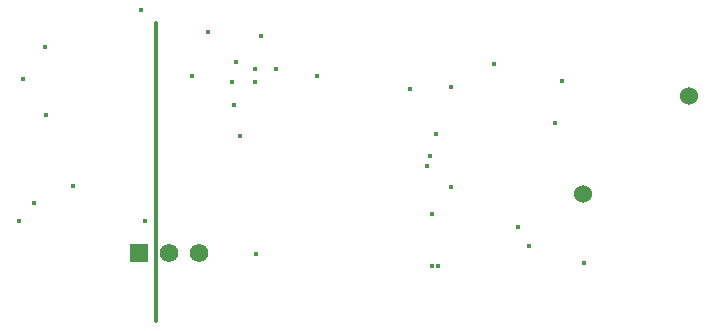
<source format=gbr>
%FSTAX23Y23*%
%MOIN*%
%SFA1B1*%

%IPPOS*%
%ADD31C,0.011811*%
%ADD34C,0.061811*%
%ADD35R,0.061811X0.061811*%
%ADD36C,0.015748*%
%ADD37C,0.060000*%
G54D31*
X-00661Y-00589D02*
Y00405D01*
G54D34*
X-00518Y-00362D03*
X-00618D03*
G54D35*
X-00718Y-00362D03*
G54D36*
X-0103Y001D03*
X-01118Y-00253D03*
X-0107Y-00196D03*
X-00313Y00363D03*
X-00329Y-00365D03*
X-00384Y00028D03*
X-00263Y00251D03*
X-00396Y00277D03*
X00251Y-00038D03*
X0024Y-00072D03*
X00278Y-00404D03*
X00321Y-0014D03*
X-01105Y00219D03*
X-00126Y0023D03*
X-00333Y00251D03*
X0027Y00035D03*
X00669Y00072D03*
X00545Y-00274D03*
X00581Y-00337D03*
X-00409Y00208D03*
X-00333D03*
X-00402Y00131D03*
X-00939Y-00137D03*
X-01034Y00325D03*
X00259Y-0023D03*
X00764Y-00393D03*
X00256Y-00406D03*
X-00713Y0045D03*
X00692Y00213D03*
X00322Y00193D03*
X00463Y00268D03*
X00185Y00185D03*
X-00544Y00229D03*
X-00488Y00376D03*
X-00698Y-00255D03*
G54D37*
X01114Y00161D03*
X0076Y-00165D03*
M02*
</source>
